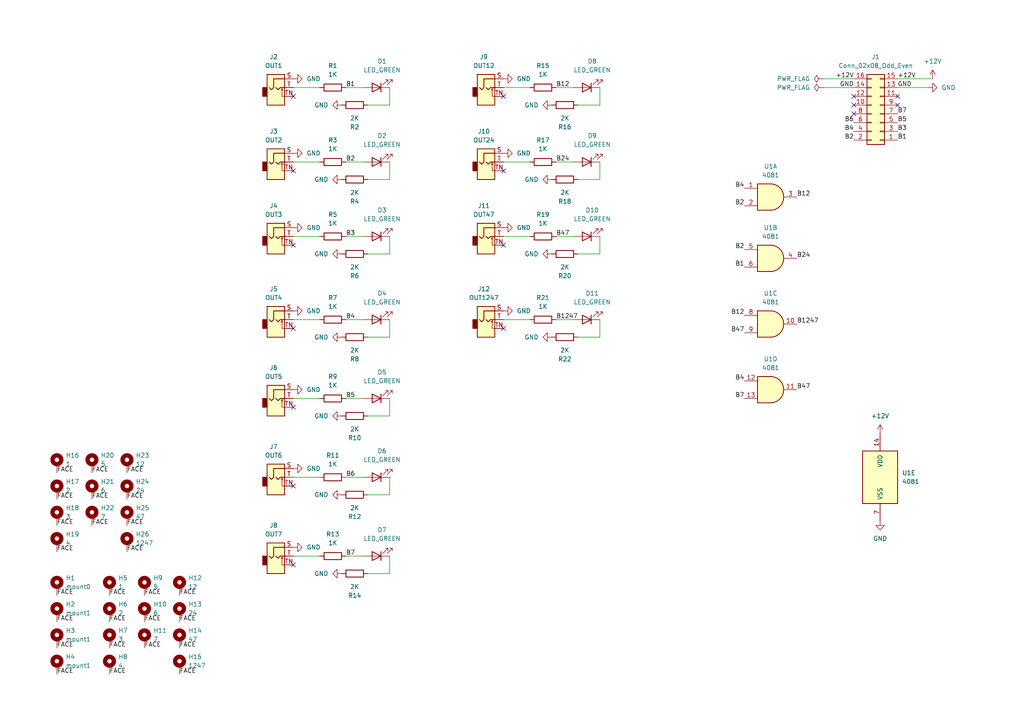
<source format=kicad_sch>
(kicad_sch (version 20230121) (generator eeschema)
  (paper "A4")
  (lib_symbols
    (symbol "4xxx:4081" (pin_names (offset 1.016))
      (property "Reference" "U" (at 0 1.27 0))
      (property "Value" "4081" (at 0 -1.27 0))
      (symbol "4081_1_1"
        (arc (start 0 -3.81) (mid 3.7934 0) (end 0 3.81) (stroke (width 0.254)) (fill (type background)))
        (polyline (pts (xy 0 3.81) (xy -3.81 3.81) (xy -3.81 -3.81) (xy 0 -3.81)) (stroke (width 0.254)) (fill (type background)))
        (pin input line (at -7.62 2.54 0) (length 3.81) (name "~") (number "1"))
        (pin input line (at -7.62 -2.54 0) (length 3.81) (name "~") (number "2"))
        (pin output line (at 7.62 0 180) (length 3.81) (name "~") (number "3"))
      )
      (symbol "4081_1_2"
        (arc (start -3.81 -3.81) (mid -2.589 0) (end -3.81 3.81) (stroke (width 0.254)))
        (arc (start -0.6096 -3.81) (mid 2.1842 -2.5851) (end 3.81 0) (stroke (width 0.254)) (fill (type background)))
        (polyline (pts (xy -3.81 -3.81) (xy -0.635 -3.81)) (stroke (width 0.254)) (fill (type background)))
        (polyline (pts (xy -3.81 3.81) (xy -0.635 3.81)) (stroke (width 0.254)) (fill (type background)))
        (polyline (pts (xy -0.635 3.81) (xy -3.81 3.81) (xy -3.81 3.81) (xy -3.556 3.4036) (xy -3.0226 2.2606) (xy -2.6924 1.0414) (xy -2.6162 -0.254) (xy -2.7686 -1.4986) (xy -3.175 -2.7178) (xy -3.81 -3.81) (xy -3.81 -3.81) (xy -0.635 -3.81)) (stroke (width -25.4)) (fill (type background)))
        (arc (start 3.81 0) (mid 2.1915 2.5936) (end -0.6096 3.81) (stroke (width 0.254)) (fill (type background)))
        (pin input inverted (at -7.62 2.54 0) (length 4.318) (name "~") (number "1"))
        (pin input inverted (at -7.62 -2.54 0) (length 4.318) (name "~") (number "2"))
        (pin output inverted (at 7.62 0 180) (length 3.81) (name "~") (number "3"))
      )
      (symbol "4081_2_1"
        (arc (start 0 -3.81) (mid 3.7934 0) (end 0 3.81) (stroke (width 0.254)) (fill (type background)))
        (polyline (pts (xy 0 3.81) (xy -3.81 3.81) (xy -3.81 -3.81) (xy 0 -3.81)) (stroke (width 0.254)) (fill (type background)))
        (pin output line (at 7.62 0 180) (length 3.81) (name "~") (number "4"))
        (pin input line (at -7.62 2.54 0) (length 3.81) (name "~") (number "5"))
        (pin input line (at -7.62 -2.54 0) (length 3.81) (name "~") (number "6"))
      )
      (symbol "4081_2_2"
        (arc (start -3.81 -3.81) (mid -2.589 0) (end -3.81 3.81) (stroke (width 0.254)))
        (arc (start -0.6096 -3.81) (mid 2.1842 -2.5851) (end 3.81 0) (stroke (width 0.254)) (fill (type background)))
        (polyline (pts (xy -3.81 -3.81) (xy -0.635 -3.81)) (stroke (width 0.254)) (fill (type background)))
        (polyline (pts (xy -3.81 3.81) (xy -0.635 3.81)) (stroke (width 0.254)) (fill (type background)))
        (polyline (pts (xy -0.635 3.81) (xy -3.81 3.81) (xy -3.81 3.81) (xy -3.556 3.4036) (xy -3.0226 2.2606) (xy -2.6924 1.0414) (xy -2.6162 -0.254) (xy -2.7686 -1.4986) (xy -3.175 -2.7178) (xy -3.81 -3.81) (xy -3.81 -3.81) (xy -0.635 -3.81)) (stroke (width -25.4)) (fill (type background)))
        (arc (start 3.81 0) (mid 2.1915 2.5936) (end -0.6096 3.81) (stroke (width 0.254)) (fill (type background)))
        (pin output inverted (at 7.62 0 180) (length 3.81) (name "~") (number "4"))
        (pin input inverted (at -7.62 2.54 0) (length 4.318) (name "~") (number "5"))
        (pin input inverted (at -7.62 -2.54 0) (length 4.318) (name "~") (number "6"))
      )
      (symbol "4081_3_1"
        (arc (start 0 -3.81) (mid 3.7934 0) (end 0 3.81) (stroke (width 0.254)) (fill (type background)))
        (polyline (pts (xy 0 3.81) (xy -3.81 3.81) (xy -3.81 -3.81) (xy 0 -3.81)) (stroke (width 0.254)) (fill (type background)))
        (pin output line (at 7.62 0 180) (length 3.81) (name "~") (number "10"))
        (pin input line (at -7.62 2.54 0) (length 3.81) (name "~") (number "8"))
        (pin input line (at -7.62 -2.54 0) (length 3.81) (name "~") (number "9"))
      )
      (symbol "4081_3_2"
        (arc (start -3.81 -3.81) (mid -2.589 0) (end -3.81 3.81) (stroke (width 0.254)))
        (arc (start -0.6096 -3.81) (mid 2.1842 -2.5851) (end 3.81 0) (stroke (width 0.254)) (fill (type background)))
        (polyline (pts (xy -3.81 -3.81) (xy -0.635 -3.81)) (stroke (width 0.254)) (fill (type background)))
        (polyline (pts (xy -3.81 3.81) (xy -0.635 3.81)) (stroke (width 0.254)) (fill (type background)))
        (polyline (pts (xy -0.635 3.81) (xy -3.81 3.81) (xy -3.81 3.81) (xy -3.556 3.4036) (xy -3.0226 2.2606) (xy -2.6924 1.0414) (xy -2.6162 -0.254) (xy -2.7686 -1.4986) (xy -3.175 -2.7178) (xy -3.81 -3.81) (xy -3.81 -3.81) (xy -0.635 -3.81)) (stroke (width -25.4)) (fill (type background)))
        (arc (start 3.81 0) (mid 2.1915 2.5936) (end -0.6096 3.81) (stroke (width 0.254)) (fill (type background)))
        (pin output inverted (at 7.62 0 180) (length 3.81) (name "~") (number "10"))
        (pin input inverted (at -7.62 2.54 0) (length 4.318) (name "~") (number "8"))
        (pin input inverted (at -7.62 -2.54 0) (length 4.318) (name "~") (number "9"))
      )
      (symbol "4081_4_1"
        (arc (start 0 -3.81) (mid 3.7934 0) (end 0 3.81) (stroke (width 0.254)) (fill (type background)))
        (polyline (pts (xy 0 3.81) (xy -3.81 3.81) (xy -3.81 -3.81) (xy 0 -3.81)) (stroke (width 0.254)) (fill (type background)))
        (pin output line (at 7.62 0 180) (length 3.81) (name "~") (number "11"))
        (pin input line (at -7.62 2.54 0) (length 3.81) (name "~") (number "12"))
        (pin input line (at -7.62 -2.54 0) (length 3.81) (name "~") (number "13"))
      )
      (symbol "4081_4_2"
        (arc (start -3.81 -3.81) (mid -2.589 0) (end -3.81 3.81) (stroke (width 0.254)))
        (arc (start -0.6096 -3.81) (mid 2.1842 -2.5851) (end 3.81 0) (stroke (width 0.254)) (fill (type background)))
        (polyline (pts (xy -3.81 -3.81) (xy -0.635 -3.81)) (stroke (width 0.254)) (fill (type background)))
        (polyline (pts (xy -3.81 3.81) (xy -0.635 3.81)) (stroke (width 0.254)) (fill (type background)))
        (polyline (pts (xy -0.635 3.81) (xy -3.81 3.81) (xy -3.81 3.81) (xy -3.556 3.4036) (xy -3.0226 2.2606) (xy -2.6924 1.0414) (xy -2.6162 -0.254) (xy -2.7686 -1.4986) (xy -3.175 -2.7178) (xy -3.81 -3.81) (xy -3.81 -3.81) (xy -0.635 -3.81)) (stroke (width -25.4)) (fill (type background)))
        (arc (start 3.81 0) (mid 2.1915 2.5936) (end -0.6096 3.81) (stroke (width 0.254)) (fill (type background)))
        (pin output inverted (at 7.62 0 180) (length 3.81) (name "~") (number "11"))
        (pin input inverted (at -7.62 2.54 0) (length 4.318) (name "~") (number "12"))
        (pin input inverted (at -7.62 -2.54 0) (length 4.318) (name "~") (number "13"))
      )
      (symbol "4081_5_0"
        (pin power_in line (at 0 12.7 270) (length 5.08) (name "VDD") (number "14"))
        (pin power_in line (at 0 -12.7 90) (length 5.08) (name "VSS") (number "7"))
      )
      (symbol "4081_5_1"
        (rectangle (start -5.08 7.62) (end 5.08 -7.62) (stroke (width 0.254)) (fill (type background)))
      )
    )
    (symbol "Device:LED" (pin_numbers hide) (pin_names (offset 1.016) hide)
      (property "Reference" "D" (at 0 2.54 0))
      (property "Value" "LED" (at 0 -2.54 0))
      (symbol "LED_0_1"
        (polyline (pts (xy -1.27 -1.27) (xy -1.27 1.27)) (stroke (width 0.254)))
        (polyline (pts (xy -1.27 0) (xy 1.27 0)))
        (polyline (pts (xy 1.27 -1.27) (xy 1.27 1.27) (xy -1.27 0) (xy 1.27 -1.27)) (stroke (width 0.254)))
        (polyline (pts (xy -3.048 -0.762) (xy -4.572 -2.286) (xy -3.81 -2.286) (xy -4.572 -2.286) (xy -4.572 -1.524)))
        (polyline (pts (xy -1.778 -0.762) (xy -3.302 -2.286) (xy -2.54 -2.286) (xy -3.302 -2.286) (xy -3.302 -1.524)))
      )
      (symbol "LED_1_1"
        (pin passive line (at -3.81 0 0) (length 2.54) (name "K") (number "1"))
        (pin passive line (at 3.81 0 180) (length 2.54) (name "A") (number "2"))
      )
    )
    (symbol "Device:R" (pin_numbers hide) (pin_names (offset 0))
      (property "Reference" "R" (at 2.032 0 90))
      (property "Value" "R" (at 0 0 90))
      (symbol "R_0_1"
        (rectangle (start -1.016 -2.54) (end 1.016 2.54) (stroke (width 0.254)))
      )
      (symbol "R_1_1"
        (pin passive line (at 0 3.81 270) (length 1.27) (name "~") (number "1"))
        (pin passive line (at 0 -3.81 90) (length 1.27) (name "~") (number "2"))
      )
    )
    (symbol "Eurorack:AudioJack2_SwitchT"
      (property "Reference" "J" (at 0 8.89 0))
      (property "Value" "AudioJack2_SwitchT" (at 0 6.35 0))
      (symbol "AudioJack2_SwitchT_0_1"
        (rectangle (start -2.54 0) (end -3.81 -2.54) (stroke (width 0.254)) (fill (type outline)))
        (rectangle (start -2.54 3.81) (end 2.54 -5.08) (stroke (width 0.254)) (fill (type background)))
        (polyline (pts (xy 1.778 -0.254) (xy 2.032 -0.762)))
        (polyline (pts (xy 0 0) (xy 0.635 -0.635) (xy 1.27 0) (xy 2.54 0)) (stroke (width 0.254)))
        (polyline (pts (xy 2.54 -2.54) (xy 1.778 -2.54) (xy 1.778 -0.254) (xy 1.524 -0.762)))
        (polyline (pts (xy 2.54 2.54) (xy -0.635 2.54) (xy -0.635 0) (xy -1.27 -0.635) (xy -1.905 0)) (stroke (width 0.254)))
      )
      (symbol "AudioJack2_SwitchT_1_1"
        (pin passive line (at 5.08 2.54 180) (length 2.54) (name "~") (number "S"))
        (pin passive line (at 5.08 0 180) (length 2.54) (name "~") (number "T"))
        (pin passive line (at 5.08 -2.54 180) (length 2.54) (name "~") (number "TN"))
      )
    )
    (symbol "Eurorack:Conn_02x08_Odd_Even" (pin_names (offset 1.016) hide)
      (property "Reference" "J" (at 1.27 10.16 0))
      (property "Value" "Conn_02x08_Odd_Even" (at 1.27 -12.7 0))
      (symbol "Conn_02x08_Odd_Even_1_1"
        (rectangle (start -1.27 -10.033) (end 0 -10.287) (stroke (width 0.1524)))
        (rectangle (start -1.27 -7.493) (end 0 -7.747) (stroke (width 0.1524)))
        (rectangle (start -1.27 -4.953) (end 0 -5.207) (stroke (width 0.1524)))
        (rectangle (start -1.27 -2.413) (end 0 -2.667) (stroke (width 0.1524)))
        (rectangle (start -1.27 0.127) (end 0 -0.127) (stroke (width 0.1524)))
        (rectangle (start -1.27 2.667) (end 0 2.413) (stroke (width 0.1524)))
        (rectangle (start -1.27 5.207) (end 0 4.953) (stroke (width 0.1524)))
        (rectangle (start -1.27 7.747) (end 0 7.493) (stroke (width 0.1524)))
        (rectangle (start -1.27 8.89) (end 3.81 -11.43) (stroke (width 0.254)) (fill (type background)))
        (rectangle (start 3.81 -10.033) (end 2.54 -10.287) (stroke (width 0.1524)))
        (rectangle (start 3.81 -7.493) (end 2.54 -7.747) (stroke (width 0.1524)))
        (rectangle (start 3.81 -4.953) (end 2.54 -5.207) (stroke (width 0.1524)))
        (rectangle (start 3.81 -2.413) (end 2.54 -2.667) (stroke (width 0.1524)))
        (rectangle (start 3.81 0.127) (end 2.54 -0.127) (stroke (width 0.1524)))
        (rectangle (start 3.81 2.667) (end 2.54 2.413) (stroke (width 0.1524)))
        (rectangle (start 3.81 5.207) (end 2.54 4.953) (stroke (width 0.1524)))
        (rectangle (start 3.81 7.747) (end 2.54 7.493) (stroke (width 0.1524)))
        (pin passive line (at -5.08 7.62 0) (length 3.81) (name "Pin_1") (number "1"))
        (pin passive line (at 7.62 -2.54 180) (length 3.81) (name "Pin_10") (number "10"))
        (pin passive line (at -5.08 -5.08 0) (length 3.81) (name "Pin_11") (number "11"))
        (pin passive line (at 7.62 -5.08 180) (length 3.81) (name "Pin_12") (number "12"))
        (pin passive line (at -5.08 -7.62 0) (length 3.81) (name "Pin_13") (number "13"))
        (pin passive line (at 7.62 -7.62 180) (length 3.81) (name "Pin_14") (number "14"))
        (pin passive line (at -5.08 -10.16 0) (length 3.81) (name "Pin_15") (number "15"))
        (pin passive line (at 7.62 -10.16 180) (length 3.81) (name "Pin_16") (number "16"))
        (pin passive line (at 7.62 7.62 180) (length 3.81) (name "Pin_2") (number "2"))
        (pin passive line (at -5.08 5.08 0) (length 3.81) (name "Pin_3") (number "3"))
        (pin passive line (at 7.62 5.08 180) (length 3.81) (name "Pin_4") (number "4"))
        (pin passive line (at -5.08 2.54 0) (length 3.81) (name "Pin_5") (number "5"))
        (pin passive line (at 7.62 2.54 180) (length 3.81) (name "Pin_6") (number "6"))
        (pin passive line (at -5.08 0 0) (length 3.81) (name "Pin_7") (number "7"))
        (pin passive line (at 7.62 0 180) (length 3.81) (name "Pin_8") (number "8"))
        (pin passive line (at -5.08 -2.54 0) (length 3.81) (name "Pin_9") (number "9"))
      )
    )
    (symbol "Eurorack:MountingHole_Pad_Output" (pin_numbers hide) (pin_names (offset 1.016) hide) (in_bom no)
      (property "Reference" "H" (at 0 6.35 0))
      (property "Value" "MountingHole_Pad_Output" (at 0 4.445 0))
      (symbol "MountingHole_Pad_Output_0_1"
        (circle (center 0 1.27) (radius 1.27) (stroke (width 1.27)))
      )
      (symbol "MountingHole_Pad_Output_1_1"
        (pin output line (at 0 -2.54 90) (length 2.54) (name "1") (number "1"))
      )
    )
    (symbol "Mechanical:MountingHole_Pad" (pin_numbers hide) (pin_names (offset 1.016) hide)
      (property "Reference" "H" (at 0 6.35 0))
      (property "Value" "MountingHole_Pad" (at 0 4.445 0))
      (symbol "MountingHole_Pad_0_1"
        (circle (center 0 1.27) (radius 1.27) (stroke (width 1.27)))
      )
      (symbol "MountingHole_Pad_1_1"
        (pin input line (at 0 -2.54 90) (length 2.54) (name "1") (number "1"))
      )
    )
    (symbol "power:+12V" (power) (pin_names (offset 0))
      (property "Value" "+12V" (at 0 3.556 0))
      (symbol "+12V_0_1"
        (polyline (pts (xy -0.762 1.27) (xy 0 2.54)))
        (polyline (pts (xy 0 0) (xy 0 2.54)))
        (polyline (pts (xy 0 2.54) (xy 0.762 1.27)))
      )
      (symbol "+12V_1_1"
        (pin power_in line (at 0 0 90) (length 0) hide (name "+12V") (number "1"))
      )
    )
    (symbol "power:GND" (power) (pin_names (offset 0))
      (property "Value" "GND" (at 0 -3.81 0))
      (symbol "GND_0_1"
        (polyline (pts (xy 0 0) (xy 0 -1.27) (xy 1.27 -1.27) (xy 0 -2.54) (xy -1.27 -1.27) (xy 0 -1.27)))
      )
      (symbol "GND_1_1"
        (pin power_in line (at 0 0 270) (length 0) hide (name "GND") (number "1"))
      )
    )
    (symbol "power:PWR_FLAG" (power) (pin_numbers hide) (pin_names (offset 0) hide)
      (property "Value" "PWR_FLAG" (at 0 3.81 0))
      (symbol "PWR_FLAG_0_0"
        (pin power_out line (at 0 0 90) (length 0) (name "pwr") (number "1"))
      )
      (symbol "PWR_FLAG_0_1"
        (polyline (pts (xy 0 0) (xy 0 1.27) (xy -1.016 1.905) (xy 0 2.54) (xy 1.016 1.905) (xy 0 1.27)))
      )
    )
  )
  (no_connect (at 247.65 30.48))
  (no_connect (at 85.09 71.12))
  (no_connect (at 247.65 33.02))
  (no_connect (at 85.09 49.53))
  (no_connect (at 85.09 95.25))
  (no_connect (at 85.09 118.11))
  (no_connect (at 260.35 30.48))
  (no_connect (at 85.09 27.94))
  (no_connect (at 85.09 140.97))
  (no_connect (at 146.05 95.25))
  (no_connect (at 260.35 27.94))
  (no_connect (at 85.09 163.83))
  (no_connect (at 146.05 27.94))
  (no_connect (at 146.05 49.53))
  (no_connect (at 247.65 27.94))
  (no_connect (at 146.05 71.12))
  (wire (pts (xy 167.64 30.48) (xy 173.99 30.48)))
  (wire (pts (xy 106.68 166.37) (xy 113.03 166.37)))
  (wire (pts (xy 153.67 25.4) (xy 146.05 25.4)))
  (wire (pts (xy 113.03 166.37) (xy 113.03 161.29)))
  (wire (pts (xy 106.68 73.66) (xy 113.03 73.66)))
  (wire (pts (xy 167.64 52.07) (xy 173.99 52.07)))
  (wire (pts (xy 113.03 120.65) (xy 113.03 115.57)))
  (wire (pts (xy 106.68 143.51) (xy 113.03 143.51)))
  (wire (pts (xy 105.41 68.58) (xy 100.33 68.58)))
  (wire (pts (xy 173.99 30.48) (xy 173.99 25.4)))
  (wire (pts (xy 238.76 25.4) (xy 247.65 25.4)))
  (wire (pts (xy 113.03 30.48) (xy 113.03 25.4)))
  (wire (pts (xy 92.71 68.58) (xy 85.09 68.58)))
  (wire (pts (xy 166.37 92.71) (xy 161.29 92.71)))
  (wire (pts (xy 105.41 138.43) (xy 100.33 138.43)))
  (wire (pts (xy 153.67 68.58) (xy 146.05 68.58)))
  (wire (pts (xy 113.03 52.07) (xy 113.03 46.99)))
  (wire (pts (xy 92.71 115.57) (xy 85.09 115.57)))
  (wire (pts (xy 92.71 161.29) (xy 85.09 161.29)))
  (wire (pts (xy 92.71 92.71) (xy 85.09 92.71)))
  (wire (pts (xy 113.03 143.51) (xy 113.03 138.43)))
  (wire (pts (xy 106.68 120.65) (xy 113.03 120.65)))
  (wire (pts (xy 173.99 52.07) (xy 173.99 46.99)))
  (wire (pts (xy 166.37 68.58) (xy 161.29 68.58)))
  (wire (pts (xy 173.99 97.79) (xy 173.99 92.71)))
  (wire (pts (xy 106.68 30.48) (xy 113.03 30.48)))
  (wire (pts (xy 153.67 92.71) (xy 146.05 92.71)))
  (wire (pts (xy 153.67 46.99) (xy 146.05 46.99)))
  (wire (pts (xy 106.68 97.79) (xy 113.03 97.79)))
  (wire (pts (xy 166.37 46.99) (xy 161.29 46.99)))
  (wire (pts (xy 105.41 115.57) (xy 100.33 115.57)))
  (wire (pts (xy 105.41 25.4) (xy 100.33 25.4)))
  (wire (pts (xy 105.41 161.29) (xy 100.33 161.29)))
  (wire (pts (xy 238.76 22.86) (xy 247.65 22.86)))
  (wire (pts (xy 167.64 97.79) (xy 173.99 97.79)))
  (wire (pts (xy 113.03 97.79) (xy 113.03 92.71)))
  (wire (pts (xy 166.37 25.4) (xy 161.29 25.4)))
  (wire (pts (xy 173.99 73.66) (xy 173.99 68.58)))
  (wire (pts (xy 106.68 52.07) (xy 113.03 52.07)))
  (wire (pts (xy 260.35 25.4) (xy 269.24 25.4)))
  (wire (pts (xy 105.41 46.99) (xy 100.33 46.99)))
  (wire (pts (xy 92.71 138.43) (xy 85.09 138.43)))
  (wire (pts (xy 113.03 73.66) (xy 113.03 68.58)))
  (wire (pts (xy 92.71 25.4) (xy 85.09 25.4)))
  (wire (pts (xy 167.64 73.66) (xy 173.99 73.66)))
  (wire (pts (xy 92.71 46.99) (xy 85.09 46.99)))
  (wire (pts (xy 105.41 92.71) (xy 100.33 92.71)))
  (wire (pts (xy 260.35 22.86) (xy 270.51 22.86)))
  (label "B2" (at 215.9 72.39 180))
  (label "+12V" (at 260.35 22.86 0))
  (label "FACE" (at 26.67 137.16 0))
  (label "FACE" (at 16.51 195.58 0))
  (label "B1" (at 215.9 77.47 180))
  (label "B12" (at 231.14 57.15 0))
  (label "FACE" (at 31.75 172.72 0))
  (label "B6" (at 100.33 138.43 0))
  (label "B1" (at 100.33 25.4 0))
  (label "B4" (at 247.65 38.1 180))
  (label "FACE" (at 16.51 160.02 0))
  (label "B4" (at 215.9 110.49 180))
  (label "B24" (at 161.29 46.99 0))
  (label "GND" (at 260.35 25.4 0))
  (label "B7" (at 100.33 161.29 0))
  (label "FACE" (at 26.67 144.78 0))
  (label "B2" (at 247.65 40.64 180))
  (label "FACE" (at 52.07 180.34 0))
  (label "FACE" (at 31.75 195.58 0))
  (label "FACE" (at 41.91 180.34 0))
  (label "FACE" (at 41.91 187.96 0))
  (label "FACE" (at 36.83 160.02 0))
  (label "B24" (at 231.14 74.93 0))
  (label "B1247" (at 161.29 92.71 0))
  (label "B1" (at 260.35 40.64 0))
  (label "FACE" (at 52.07 172.72 0))
  (label "FACE" (at 16.51 172.72 0))
  (label "FACE" (at 16.51 187.96 0))
  (label "B5" (at 100.33 115.57 0))
  (label "B12" (at 161.29 25.4 0))
  (label "B7" (at 260.35 33.02 0))
  (label "B47" (at 161.29 68.58 0))
  (label "FACE" (at 52.07 187.96 0))
  (label "B7" (at 215.9 115.57 180))
  (label "B47" (at 215.9 96.52 180))
  (label "FACE" (at 16.51 137.16 0))
  (label "FACE" (at 31.75 187.96 0))
  (label "B6" (at 247.65 35.56 180))
  (label "+12V" (at 247.65 22.86 180))
  (label "B12" (at 215.9 91.44 180))
  (label "B2" (at 215.9 59.69 180))
  (label "FACE" (at 36.83 144.78 0))
  (label "B3" (at 100.33 68.58 0))
  (label "B3" (at 260.35 38.1 0))
  (label "FACE" (at 26.67 152.4 0))
  (label "FACE" (at 41.91 172.72 0))
  (label "FACE" (at 36.83 137.16 0))
  (label "B5" (at 260.35 35.56 0))
  (label "B2" (at 100.33 46.99 0))
  (label "GND" (at 247.65 25.4 180))
  (label "B4" (at 215.9 54.61 180))
  (label "FACE" (at 31.75 180.34 0))
  (label "FACE" (at 16.51 144.78 0))
  (label "FACE" (at 16.51 180.34 0))
  (label "FACE" (at 16.51 152.4 0))
  (label "B47" (at 231.14 113.03 0))
  (label "B1247" (at 231.14 93.98 0))
  (label "B4" (at 100.33 92.71 0))
  (label "FACE" (at 36.83 152.4 0))
  (label "FACE" (at 52.07 195.58 0))
  (symbol (lib_id "power:GND") (at 99.06 73.66 270) (unit 1)
    (property "Reference" "#PWR011" (effects hide))
    (property "Value" "GND" (at 95.25 73.66 90) (effects (justify right)))
  )
  (symbol (lib_id "power:GND") (at 99.06 52.07 270) (unit 1)
    (property "Reference" "#PWR09" (effects hide))
    (property "Value" "GND" (at 95.25 52.07 90) (effects (justify right)))
  )
  (symbol (lib_id "Mechanical:MountingHole_Pad") (at 52.07 193.04 0) (unit 1) (in_bom no)
    (property "Reference" "H15" (at 54.61 190.5 0) (effects (justify left)))
    (property "Value" "1247" (at 54.61 193.04 0) (effects (justify left)))
    (property "Footprint" "Eurorack:Mech-AudioJack-Hole-Output-Gate" (effects hide))
  )
  (symbol (lib_id "power:GND") (at 255.27 151.13 0) (unit 1)
    (property "Reference" "#PWR04" (effects hide))
    (property "Value" "GND" (at 255.27 156.21 0))
  )
  (symbol (lib_id "Device:LED") (at 109.22 92.71 180) (unit 1)
    (property "Reference" "D4" (at 110.8075 85.09 0))
    (property "Value" "LED_GREEN" (at 110.8075 87.63 0))
    (property "Footprint" "LED_THT:LED_D3.0mm" (effects hide))
  )
  (symbol (lib_id "Mechanical:MountingHole_Pad") (at 41.91 177.8 0) (unit 1) (in_bom no)
    (property "Reference" "H10" (at 44.45 175.26 0) (effects (justify left)))
    (property "Value" "6" (at 44.45 177.8 0) (effects (justify left)))
    (property "Footprint" "Eurorack:Mech-AudioJack-Hole-Output-Gate" (effects hide))
  )
  (symbol (lib_id "Device:LED") (at 170.18 25.4 180) (unit 1)
    (property "Reference" "D8" (at 171.7675 17.78 0))
    (property "Value" "LED_GREEN" (at 171.7675 20.32 0))
    (property "Footprint" "LED_THT:LED_D3.0mm" (effects hide))
  )
  (symbol (lib_id "power:+12V") (at 255.27 125.73 0) (unit 1)
    (property "Reference" "#PWR05" (effects hide))
    (property "Value" "+12V" (at 255.27 120.65 0))
  )
  (symbol (lib_id "power:PWR_FLAG") (at 238.76 25.4 90) (unit 1)
    (property "Reference" "#FLG01" (effects hide))
    (property "Value" "PWR_FLAG" (at 234.95 25.4 90) (effects (justify left)))
  )
  (symbol (lib_id "Eurorack:AudioJack2_SwitchT") (at 80.01 92.71 0) (unit 1)
    (property "Reference" "J5" (at 79.375 83.82 0))
    (property "Value" "OUT4" (at 79.375 86.36 0))
    (property "Footprint" "Eurorack:AudioJack2_Tayda_A-2566" (effects hide))
    (property "Vendor" "Tayda" (effects hide))
    (property "PartNum" "A-2566" (effects hide))
  )
  (symbol (lib_id "power:+12V") (at 270.51 22.86 0) (unit 1)
    (property "Reference" "#PWR02" (effects hide))
    (property "Value" "+12V" (at 270.51 17.78 0))
  )
  (symbol (lib_id "Device:R") (at 96.52 46.99 90) (unit 1)
    (property "Reference" "R3" (at 96.52 40.64 90))
    (property "Value" "1K" (at 96.52 43.18 90))
    (property "Footprint" "Resistor_SMD:R_0805_2012Metric" (effects hide))
  )
  (symbol (lib_id "Eurorack:AudioJack2_SwitchT") (at 80.01 138.43 0) (unit 1)
    (property "Reference" "J7" (at 79.375 129.54 0))
    (property "Value" "OUT6" (at 79.375 132.08 0))
    (property "Footprint" "Eurorack:AudioJack2_Tayda_A-2566" (effects hide))
    (property "Vendor" "Tayda" (effects hide))
    (property "PartNum" "A-2566" (effects hide))
  )
  (symbol (lib_id "Mechanical:MountingHole_Pad") (at 31.75 177.8 0) (unit 1) (in_bom no)
    (property "Reference" "H6" (at 34.29 175.26 0) (effects (justify left)))
    (property "Value" "2" (at 34.29 177.8 0) (effects (justify left)))
    (property "Footprint" "Eurorack:Mech-AudioJack-Hole-Output-Gate" (effects hide))
  )
  (symbol (lib_id "power:GND") (at 85.09 44.45 90) (unit 1)
    (property "Reference" "#PWR08" (effects hide))
    (property "Value" "GND" (at 88.9 44.45 90) (effects (justify right)))
  )
  (symbol (lib_id "Mechanical:MountingHole_Pad") (at 52.07 177.8 0) (unit 1) (in_bom no)
    (property "Reference" "H13" (at 54.61 175.26 0) (effects (justify left)))
    (property "Value" "24" (at 54.61 177.8 0) (effects (justify left)))
    (property "Footprint" "Eurorack:Mech-AudioJack-Hole-Output-Gate" (effects hide))
  )
  (symbol (lib_id "Mechanical:MountingHole_Pad") (at 31.75 170.18 0) (unit 1) (in_bom no)
    (property "Reference" "H5" (at 34.29 167.64 0) (effects (justify left)))
    (property "Value" "1" (at 34.29 170.18 0) (effects (justify left)))
    (property "Footprint" "Eurorack:Mech-AudioJack-Hole-Output-Gate" (effects hide))
  )
  (symbol (lib_id "Eurorack:Conn_02x08_Odd_Even") (at 255.27 33.02 180) (unit 1)
    (property "Reference" "J1" (at 254 16.51 0))
    (property "Value" "Conn_02x08_Odd_Even" (at 254 19.05 0))
    (property "Footprint" "Eurorack:PinHeader_2x08_P2.54mm_Vertical" (effects hide))
    (property "Vendor" "Tayda" (effects hide))
    (property "PartNum" "A-2956" (effects hide))
  )
  (symbol (lib_id "Device:R") (at 102.87 120.65 90) (unit 1)
    (property "Reference" "R10" (at 102.87 127 90))
    (property "Value" "2K" (at 102.87 124.46 90))
    (property "Footprint" "Resistor_SMD:R_0805_2012Metric" (effects hide))
  )
  (symbol (lib_id "power:GND") (at 85.09 158.75 90) (unit 1)
    (property "Reference" "#PWR018" (effects hide))
    (property "Value" "GND" (at 88.9 158.75 90) (effects (justify right)))
  )
  (symbol (lib_id "Mechanical:MountingHole_Pad") (at 16.51 157.48 0) (unit 1) (in_bom no)
    (property "Reference" "H19" (at 19.05 154.94 0) (effects (justify left)))
    (property "Value" "4" (at 19.05 157.48 0) (effects (justify left)))
    (property "Footprint" "Eurorack:Mech-LED-Hole-3mm" (effects hide))
  )
  (symbol (lib_id "Eurorack:AudioJack2_SwitchT") (at 140.97 46.99 0) (unit 1)
    (property "Reference" "J10" (at 140.335 38.1 0))
    (property "Value" "OUT24" (at 140.335 40.64 0))
    (property "Footprint" "Eurorack:AudioJack2_Tayda_A-2566" (effects hide))
    (property "Vendor" "Tayda" (effects hide))
    (property "PartNum" "A-2566" (effects hide))
  )
  (symbol (lib_id "power:GND") (at 269.24 25.4 90) (unit 1)
    (property "Reference" "#PWR03" (effects hide))
    (property "Value" "GND" (at 273.05 25.4 90) (effects (justify right)))
  )
  (symbol (lib_id "Mechanical:MountingHole_Pad") (at 16.51 149.86 0) (unit 1) (in_bom no)
    (property "Reference" "H18" (at 19.05 147.32 0) (effects (justify left)))
    (property "Value" "3" (at 19.05 149.86 0) (effects (justify left)))
    (property "Footprint" "Eurorack:Mech-LED-Hole-3mm" (effects hide))
  )
  (symbol (lib_id "Device:R") (at 157.48 92.71 90) (unit 1)
    (property "Reference" "R21" (at 157.48 86.36 90))
    (property "Value" "1K" (at 157.48 88.9 90))
    (property "Footprint" "Resistor_SMD:R_0805_2012Metric" (effects hide))
  )
  (symbol (lib_id "Device:LED") (at 109.22 46.99 180) (unit 1)
    (property "Reference" "D2" (at 110.8075 39.37 0))
    (property "Value" "LED_GREEN" (at 110.8075 41.91 0))
    (property "Footprint" "LED_THT:LED_D3.0mm" (effects hide))
  )
  (symbol (lib_id "Eurorack:AudioJack2_SwitchT") (at 140.97 25.4 0) (unit 1)
    (property "Reference" "J9" (at 140.335 16.51 0))
    (property "Value" "OUT12" (at 140.335 19.05 0))
    (property "Footprint" "Eurorack:AudioJack2_Tayda_A-2566" (effects hide))
    (property "Vendor" "Tayda" (effects hide))
    (property "PartNum" "A-2566" (effects hide))
  )
  (symbol (lib_id "Mechanical:MountingHole_Pad") (at 16.51 142.24 0) (unit 1) (in_bom no)
    (property "Reference" "H17" (at 19.05 139.7 0) (effects (justify left)))
    (property "Value" "2" (at 19.05 142.24 0) (effects (justify left)))
    (property "Footprint" "Eurorack:Mech-LED-Hole-3mm" (effects hide))
  )
  (symbol (lib_id "power:GND") (at 85.09 90.17 90) (unit 1)
    (property "Reference" "#PWR012" (effects hide))
    (property "Value" "GND" (at 88.9 90.17 90) (effects (justify right)))
  )
  (symbol (lib_id "Mechanical:MountingHole_Pad") (at 41.91 170.18 0) (unit 1) (in_bom no)
    (property "Reference" "H9" (at 44.45 167.64 0) (effects (justify left)))
    (property "Value" "5" (at 44.45 170.18 0) (effects (justify left)))
    (property "Footprint" "Eurorack:Mech-AudioJack-Hole-Output-Gate" (effects hide))
  )
  (symbol (lib_id "Device:LED") (at 109.22 138.43 180) (unit 1)
    (property "Reference" "D6" (at 110.8075 130.81 0))
    (property "Value" "LED_GREEN" (at 110.8075 133.35 0))
    (property "Footprint" "LED_THT:LED_D3.0mm" (effects hide))
  )
  (symbol (lib_id "Mechanical:MountingHole_Pad") (at 31.75 193.04 0) (unit 1) (in_bom no)
    (property "Reference" "H8" (at 34.29 190.5 0) (effects (justify left)))
    (property "Value" "4" (at 34.29 193.04 0) (effects (justify left)))
    (property "Footprint" "Eurorack:Mech-AudioJack-Hole-Output-Gate" (effects hide))
  )
  (symbol (lib_id "Device:R") (at 96.52 115.57 90) (unit 1)
    (property "Reference" "R9" (at 96.52 109.22 90))
    (property "Value" "1K" (at 96.52 111.76 90))
    (property "Footprint" "Resistor_SMD:R_0805_2012Metric" (effects hide))
  )
  (symbol (lib_id "Device:R") (at 163.83 30.48 90) (unit 1)
    (property "Reference" "R16" (at 163.83 36.83 90))
    (property "Value" "2K" (at 163.83 34.29 90))
    (property "Footprint" "Resistor_SMD:R_0805_2012Metric" (effects hide))
  )
  (symbol (lib_id "Eurorack:MountingHole_Pad_Output") (at 16.51 170.18 0) (unit 1) (in_bom no)
    (property "Reference" "H1" (at 19.05 167.64 0) (effects (justify left)))
    (property "Value" "mount0" (at 19.05 170.18 0) (effects (justify left)))
    (property "Footprint" "Eurorack:Mech-MountingHole" (effects hide))
  )
  (symbol (lib_id "power:GND") (at 146.05 66.04 90) (unit 1)
    (property "Reference" "#PWR024" (effects hide))
    (property "Value" "GND" (at 149.86 66.04 90) (effects (justify right)))
  )
  (symbol (lib_id "power:GND") (at 146.05 22.86 90) (unit 1)
    (property "Reference" "#PWR020" (effects hide))
    (property "Value" "GND" (at 149.86 22.86 90) (effects (justify right)))
  )
  (symbol (lib_id "Mechanical:MountingHole_Pad") (at 52.07 170.18 0) (unit 1) (in_bom no)
    (property "Reference" "H12" (at 54.61 167.64 0) (effects (justify left)))
    (property "Value" "12" (at 54.61 170.18 0) (effects (justify left)))
    (property "Footprint" "Eurorack:Mech-AudioJack-Hole-Output-Gate" (effects hide))
  )
  (symbol (lib_id "power:GND") (at 146.05 44.45 90) (unit 1)
    (property "Reference" "#PWR022" (effects hide))
    (property "Value" "GND" (at 149.86 44.45 90) (effects (justify right)))
  )
  (symbol (lib_id "Device:R") (at 102.87 97.79 90) (unit 1)
    (property "Reference" "R8" (at 102.87 104.14 90))
    (property "Value" "2K" (at 102.87 101.6 90))
    (property "Footprint" "Resistor_SMD:R_0805_2012Metric" (effects hide))
  )
  (symbol (lib_id "Device:R") (at 157.48 68.58 90) (unit 1)
    (property "Reference" "R19" (at 157.48 62.23 90))
    (property "Value" "1K" (at 157.48 64.77 90))
    (property "Footprint" "Resistor_SMD:R_0805_2012Metric" (effects hide))
  )
  (symbol (lib_id "power:GND") (at 85.09 66.04 90) (unit 1)
    (property "Reference" "#PWR010" (effects hide))
    (property "Value" "GND" (at 88.9 66.04 90) (effects (justify right)))
  )
  (symbol (lib_id "4xxx:4081") (at 223.52 113.03 0) (unit 4)
    (property "Reference" "U1" (at 223.5117 104.14 0))
    (property "Value" "4081" (at 223.5117 106.68 0))
    (property "Footprint" "Package_SO:TSSOP-14_4.4x5mm_P0.65mm" (effects hide))
    (property "Datasheet" "http://www.intersil.com/content/dam/Intersil/documents/cd40/cd4073bms-81bms-82bms.pdf" (effects hide))
    (property "Vendor" "Mouser" (effects hide))
    (property "PartNum" "595-CD4081BPWR" (effects hide))
  )
  (symbol (lib_id "Device:R") (at 102.87 166.37 90) (unit 1)
    (property "Reference" "R14" (at 102.87 172.72 90))
    (property "Value" "2K" (at 102.87 170.18 90))
    (property "Footprint" "Resistor_SMD:R_0805_2012Metric" (effects hide))
  )
  (symbol (lib_id "power:GND") (at 160.02 97.79 270) (unit 1)
    (property "Reference" "#PWR027" (effects hide))
    (property "Value" "GND" (at 156.21 97.79 90) (effects (justify right)))
  )
  (symbol (lib_id "Device:R") (at 96.52 92.71 90) (unit 1)
    (property "Reference" "R7" (at 96.52 86.36 90))
    (property "Value" "1K" (at 96.52 88.9 90))
    (property "Footprint" "Resistor_SMD:R_0805_2012Metric" (effects hide))
  )
  (symbol (lib_id "4xxx:4081") (at 223.52 57.15 0) (unit 1)
    (property "Reference" "U1" (at 223.5117 48.26 0))
    (property "Value" "4081" (at 223.5117 50.8 0))
    (property "Footprint" "Package_SO:TSSOP-14_4.4x5mm_P0.65mm" (effects hide))
    (property "Datasheet" "http://www.intersil.com/content/dam/Intersil/documents/cd40/cd4073bms-81bms-82bms.pdf" (effects hide))
    (property "Vendor" "Mouser" (effects hide))
    (property "PartNum" "595-CD4081BPWR" (effects hide))
  )
  (symbol (lib_id "Mechanical:MountingHole_Pad") (at 16.51 185.42 0) (unit 1) (in_bom no)
    (property "Reference" "H3" (at 19.05 182.88 0) (effects (justify left)))
    (property "Value" "mount1" (at 19.05 185.42 0) (effects (justify left)))
    (property "Footprint" "Eurorack:Mech-MountingHole" (effects hide))
  )
  (symbol (lib_id "Mechanical:MountingHole_Pad") (at 36.83 149.86 0) (unit 1) (in_bom no)
    (property "Reference" "H25" (at 39.37 147.32 0) (effects (justify left)))
    (property "Value" "47" (at 39.37 149.86 0) (effects (justify left)))
    (property "Footprint" "Eurorack:Mech-LED-Hole-3mm" (effects hide))
  )
  (symbol (lib_id "Eurorack:AudioJack2_SwitchT") (at 80.01 115.57 0) (unit 1)
    (property "Reference" "J6" (at 79.375 106.68 0))
    (property "Value" "OUT5" (at 79.375 109.22 0))
    (property "Footprint" "Eurorack:AudioJack2_Tayda_A-2566" (effects hide))
    (property "Vendor" "Tayda" (effects hide))
    (property "PartNum" "A-2566" (effects hide))
  )
  (symbol (lib_id "Mechanical:MountingHole_Pad") (at 31.75 185.42 0) (unit 1) (in_bom no)
    (property "Reference" "H7" (at 34.29 182.88 0) (effects (justify left)))
    (property "Value" "3" (at 34.29 185.42 0) (effects (justify left)))
    (property "Footprint" "Eurorack:Mech-AudioJack-Hole-Output-Gate" (effects hide))
  )
  (symbol (lib_id "Mechanical:MountingHole_Pad") (at 26.67 134.62 0) (unit 1) (in_bom no)
    (property "Reference" "H20" (at 29.21 132.08 0) (effects (justify left)))
    (property "Value" "5" (at 29.21 134.62 0) (effects (justify left)))
    (property "Footprint" "Eurorack:Mech-LED-Hole-3mm" (effects hide))
  )
  (symbol (lib_id "power:GND") (at 160.02 52.07 270) (unit 1)
    (property "Reference" "#PWR023" (effects hide))
    (property "Value" "GND" (at 156.21 52.07 90) (effects (justify right)))
  )
  (symbol (lib_id "Device:R") (at 96.52 161.29 90) (unit 1)
    (property "Reference" "R13" (at 96.52 154.94 90))
    (property "Value" "1K" (at 96.52 157.48 90))
    (property "Footprint" "Resistor_SMD:R_0805_2012Metric" (effects hide))
  )
  (symbol (lib_id "Device:LED") (at 109.22 68.58 180) (unit 1)
    (property "Reference" "D3" (at 110.8075 60.96 0))
    (property "Value" "LED_GREEN" (at 110.8075 63.5 0))
    (property "Footprint" "LED_THT:LED_D3.0mm" (effects hide))
  )
  (symbol (lib_id "power:GND") (at 85.09 113.03 90) (unit 1)
    (property "Reference" "#PWR014" (effects hide))
    (property "Value" "GND" (at 88.9 113.03 90) (effects (justify right)))
  )
  (symbol (lib_id "Device:LED") (at 109.22 161.29 180) (unit 1)
    (property "Reference" "D7" (at 110.8075 153.67 0))
    (property "Value" "LED_GREEN" (at 110.8075 156.21 0))
    (property "Footprint" "LED_THT:LED_D3.0mm" (effects hide))
  )
  (symbol (lib_id "Device:R") (at 157.48 46.99 90) (unit 1)
    (property "Reference" "R17" (at 157.48 40.64 90))
    (property "Value" "1K" (at 157.48 43.18 90))
    (property "Footprint" "Resistor_SMD:R_0805_2012Metric" (effects hide))
  )
  (symbol (lib_id "power:GND") (at 99.06 120.65 270) (unit 1)
    (property "Reference" "#PWR015" (effects hide))
    (property "Value" "GND" (at 95.25 120.65 90) (effects (justify right)))
  )
  (symbol (lib_id "Eurorack:AudioJack2_SwitchT") (at 140.97 92.71 0) (unit 1)
    (property "Reference" "J12" (at 140.335 83.82 0))
    (property "Value" "OUT1247" (at 140.335 86.36 0))
    (property "Footprint" "Eurorack:AudioJack2_Tayda_A-2566" (effects hide))
    (property "Vendor" "Tayda" (effects hide))
    (property "PartNum" "A-2566" (effects hide))
  )
  (symbol (lib_id "Device:R") (at 102.87 143.51 90) (unit 1)
    (property "Reference" "R12" (at 102.87 149.86 90))
    (property "Value" "2K" (at 102.87 147.32 90))
    (property "Footprint" "Resistor_SMD:R_0805_2012Metric" (effects hide))
  )
  (symbol (lib_id "power:GND") (at 99.06 166.37 270) (unit 1)
    (property "Reference" "#PWR019" (effects hide))
    (property "Value" "GND" (at 95.25 166.37 90) (effects (justify right)))
  )
  (symbol (lib_id "Device:LED") (at 109.22 25.4 180) (unit 1)
    (property "Reference" "D1" (at 110.8075 17.78 0))
    (property "Value" "LED_GREEN" (at 110.8075 20.32 0))
    (property "Footprint" "LED_THT:LED_D3.0mm" (effects hide))
  )
  (symbol (lib_id "Device:LED") (at 170.18 92.71 180) (unit 1)
    (property "Reference" "D11" (at 171.7675 85.09 0))
    (property "Value" "LED_GREEN" (at 171.7675 87.63 0))
    (property "Footprint" "LED_THT:LED_D3.0mm" (effects hide))
  )
  (symbol (lib_id "4xxx:4081") (at 223.52 74.93 0) (unit 2)
    (property "Reference" "U1" (at 223.5117 66.04 0))
    (property "Value" "4081" (at 223.5117 68.58 0))
    (property "Footprint" "Package_SO:TSSOP-14_4.4x5mm_P0.65mm" (effects hide))
    (property "Datasheet" "http://www.intersil.com/content/dam/Intersil/documents/cd40/cd4073bms-81bms-82bms.pdf" (effects hide))
    (property "Vendor" "Mouser" (effects hide))
    (property "PartNum" "595-CD4081BPWR" (effects hide))
  )
  (symbol (lib_id "Mechanical:MountingHole_Pad") (at 52.07 185.42 0) (unit 1) (in_bom no)
    (property "Reference" "H14" (at 54.61 182.88 0) (effects (justify left)))
    (property "Value" "47" (at 54.61 185.42 0) (effects (justify left)))
    (property "Footprint" "Eurorack:Mech-AudioJack-Hole-Output-Gate" (effects hide))
  )
  (symbol (lib_id "Eurorack:AudioJack2_SwitchT") (at 80.01 46.99 0) (unit 1)
    (property "Reference" "J3" (at 79.375 38.1 0))
    (property "Value" "OUT2" (at 79.375 40.64 0))
    (property "Footprint" "Eurorack:AudioJack2_Tayda_A-2566" (effects hide))
    (property "Vendor" "Tayda" (effects hide))
    (property "PartNum" "A-2566" (effects hide))
  )
  (symbol (lib_id "4xxx:4081") (at 255.27 138.43 0) (unit 5)
    (property "Reference" "U1" (at 261.62 137.16 0) (effects (justify left)))
    (property "Value" "4081" (at 261.62 139.7 0) (effects (justify left)))
    (property "Footprint" "Package_SO:TSSOP-14_4.4x5mm_P0.65mm" (effects hide))
    (property "Datasheet" "http://www.intersil.com/content/dam/Intersil/documents/cd40/cd4073bms-81bms-82bms.pdf" (effects hide))
    (property "Vendor" "Mouser" (effects hide))
    (property "PartNum" "595-CD4081BPWR" (effects hide))
  )
  (symbol (lib_id "Mechanical:MountingHole_Pad") (at 36.83 134.62 0) (unit 1) (in_bom no)
    (property "Reference" "H23" (at 39.37 132.08 0) (effects (justify left)))
    (property "Value" "12" (at 39.37 134.62 0) (effects (justify left)))
    (property "Footprint" "Eurorack:Mech-LED-Hole-3mm" (effects hide))
  )
  (symbol (lib_id "Device:R") (at 102.87 30.48 90) (unit 1)
    (property "Reference" "R2" (at 102.87 36.83 90))
    (property "Value" "2K" (at 102.87 34.29 90))
    (property "Footprint" "Resistor_SMD:R_0805_2012Metric" (effects hide))
  )
  (symbol (lib_id "Eurorack:AudioJack2_SwitchT") (at 80.01 68.58 0) (unit 1)
    (property "Reference" "J4" (at 79.375 59.69 0))
    (property "Value" "OUT3" (at 79.375 62.23 0))
    (property "Footprint" "Eurorack:AudioJack2_Tayda_A-2566" (effects hide))
    (property "Vendor" "Tayda" (effects hide))
    (property "PartNum" "A-2566" (effects hide))
  )
  (symbol (lib_id "power:GND") (at 99.06 143.51 270) (unit 1)
    (property "Reference" "#PWR017" (effects hide))
    (property "Value" "GND" (at 95.25 143.51 90) (effects (justify right)))
  )
  (symbol (lib_id "Mechanical:MountingHole_Pad") (at 16.51 193.04 0) (unit 1) (in_bom no)
    (property "Reference" "H4" (at 19.05 190.5 0) (effects (justify left)))
    (property "Value" "mount1" (at 19.05 193.04 0) (effects (justify left)))
    (property "Footprint" "Eurorack:Mech-MountingHole" (effects hide))
  )
  (symbol (lib_id "Device:R") (at 96.52 68.58 90) (unit 1)
    (property "Reference" "R5" (at 96.52 62.23 90))
    (property "Value" "1K" (at 96.52 64.77 90))
    (property "Footprint" "Resistor_SMD:R_0805_2012Metric" (effects hide))
  )
  (symbol (lib_id "Eurorack:AudioJack2_SwitchT") (at 140.97 68.58 0) (unit 1)
    (property "Reference" "J11" (at 140.335 59.69 0))
    (property "Value" "OUT47" (at 140.335 62.23 0))
    (property "Footprint" "Eurorack:AudioJack2_Tayda_A-2566" (effects hide))
    (property "Vendor" "Tayda" (effects hide))
    (property "PartNum" "A-2566" (effects hide))
  )
  (symbol (lib_id "Mechanical:MountingHole_Pad") (at 36.83 142.24 0) (unit 1) (in_bom no)
    (property "Reference" "H24" (at 39.37 139.7 0) (effects (justify left)))
    (property "Value" "24" (at 39.37 142.24 0) (effects (justify left)))
    (property "Footprint" "Eurorack:Mech-LED-Hole-3mm" (effects hide))
  )
  (symbol (lib_id "Device:R") (at 96.52 25.4 90) (unit 1)
    (property "Reference" "R1" (at 96.52 19.05 90))
    (property "Value" "1K" (at 96.52 21.59 90))
    (property "Footprint" "Resistor_SMD:R_0805_2012Metric" (effects hide))
  )
  (symbol (lib_id "Mechanical:MountingHole_Pad") (at 26.67 142.24 0) (unit 1) (in_bom no)
    (property "Reference" "H21" (at 29.21 139.7 0) (effects (justify left)))
    (property "Value" "6" (at 29.21 142.24 0) (effects (justify left)))
    (property "Footprint" "Eurorack:Mech-LED-Hole-3mm" (effects hide))
  )
  (symbol (lib_id "Device:LED") (at 170.18 46.99 180) (unit 1)
    (property "Reference" "D9" (at 171.7675 39.37 0))
    (property "Value" "LED_GREEN" (at 171.7675 41.91 0))
    (property "Footprint" "LED_THT:LED_D3.0mm" (effects hide))
  )
  (symbol (lib_id "Mechanical:MountingHole_Pad") (at 36.83 157.48 0) (unit 1) (in_bom no)
    (property "Reference" "H26" (at 39.37 154.94 0) (effects (justify left)))
    (property "Value" "1247" (at 39.37 157.48 0) (effects (justify left)))
    (property "Footprint" "Eurorack:Mech-LED-Hole-3mm" (effects hide))
  )
  (symbol (lib_id "Mechanical:MountingHole_Pad") (at 16.51 177.8 0) (unit 1) (in_bom no)
    (property "Reference" "H2" (at 19.05 175.26 0) (effects (justify left)))
    (property "Value" "mount1" (at 19.05 177.8 0) (effects (justify left)))
    (property "Footprint" "Eurorack:Mech-MountingHole" (effects hide))
  )
  (symbol (lib_id "power:GND") (at 85.09 22.86 90) (unit 1)
    (property "Reference" "#PWR06" (effects hide))
    (property "Value" "GND" (at 88.9 22.86 90) (effects (justify right)))
  )
  (symbol (lib_id "Device:LED") (at 109.22 115.57 180) (unit 1)
    (property "Reference" "D5" (at 110.8075 107.95 0))
    (property "Value" "LED_GREEN" (at 110.8075 110.49 0))
    (property "Footprint" "LED_THT:LED_D3.0mm" (effects hide))
  )
  (symbol (lib_id "Device:R") (at 163.83 52.07 90) (unit 1)
    (property "Reference" "R18" (at 163.83 58.42 90))
    (property "Value" "2K" (at 163.83 55.88 90))
    (property "Footprint" "Resistor_SMD:R_0805_2012Metric" (effects hide))
  )
  (symbol (lib_id "power:GND") (at 160.02 73.66 270) (unit 1)
    (property "Reference" "#PWR025" (effects hide))
    (property "Value" "GND" (at 156.21 73.66 90) (effects (justify right)))
  )
  (symbol (lib_id "Device:R") (at 102.87 52.07 90) (unit 1)
    (property "Reference" "R4" (at 102.87 58.42 90))
    (property "Value" "2K" (at 102.87 55.88 90))
    (property "Footprint" "Resistor_SMD:R_0805_2012Metric" (effects hide))
  )
  (symbol (lib_id "power:PWR_FLAG") (at 238.76 22.86 90) (unit 1)
    (property "Reference" "#FLG02" (effects hide))
    (property "Value" "PWR_FLAG" (at 234.95 22.86 90) (effects (justify left)))
  )
  (symbol (lib_id "power:GND") (at 85.09 135.89 90) (unit 1)
    (property "Reference" "#PWR016" (effects hide))
    (property "Value" "GND" (at 88.9 135.89 90) (effects (justify right)))
  )
  (symbol (lib_id "Mechanical:MountingHole_Pad") (at 26.67 149.86 0) (unit 1) (in_bom no)
    (property "Reference" "H22" (at 29.21 147.32 0) (effects (justify left)))
    (property "Value" "7" (at 29.21 149.86 0) (effects (justify left)))
    (property "Footprint" "Eurorack:Mech-LED-Hole-3mm" (effects hide))
  )
  (symbol (lib_id "power:GND") (at 146.05 90.17 90) (unit 1)
    (property "Reference" "#PWR026" (effects hide))
    (property "Value" "GND" (at 149.86 90.17 90) (effects (justify right)))
  )
  (symbol (lib_id "power:GND") (at 99.06 97.79 270) (unit 1)
    (property "Reference" "#PWR013" (effects hide))
    (property "Value" "GND" (at 95.25 97.79 90) (effects (justify right)))
  )
  (symbol (lib_id "Mechanical:MountingHole_Pad") (at 41.91 185.42 0) (unit 1) (in_bom no)
    (property "Reference" "H11" (at 44.45 182.88 0) (effects (justify left)))
    (property "Value" "7" (at 44.45 185.42 0) (effects (justify left)))
    (property "Footprint" "Eurorack:Mech-AudioJack-Hole-Output-Gate" (effects hide))
  )
  (symbol (lib_id "Device:R") (at 163.83 97.79 90) (unit 1)
    (property "Reference" "R22" (at 163.83 104.14 90))
    (property "Value" "2K" (at 163.83 101.6 90))
    (property "Footprint" "Resistor_SMD:R_0805_2012Metric" (effects hide))
  )
  (symbol (lib_id "Mechanical:MountingHole_Pad") (at 16.51 134.62 0) (unit 1) (in_bom no)
    (property "Reference" "H16" (at 19.05 132.08 0) (effects (justify left)))
    (property "Value" "1" (at 19.05 134.62 0) (effects (justify left)))
    (property "Footprint" "Eurorack:Mech-LED-Hole-3mm" (effects hide))
  )
  (symbol (lib_id "Device:R") (at 163.83 73.66 90) (unit 1)
    (property "Reference" "R20" (at 163.83 80.01 90))
    (property "Value" "2K" (at 163.83 77.47 90))
    (property "Footprint" "Resistor_SMD:R_0805_2012Metric" (effects hide))
  )
  (symbol (lib_id "power:GND") (at 160.02 30.48 270) (unit 1)
    (property "Reference" "#PWR021" (effects hide))
    (property "Value" "GND" (at 156.21 30.48 90) (effects (justify right)))
  )
  (symbol (lib_id "Device:R") (at 157.48 25.4 90) (unit 1)
    (property "Reference" "R15" (at 157.48 19.05 90))
    (property "Value" "1K" (at 157.48 21.59 90))
    (property "Footprint" "Resistor_SMD:R_0805_2012Metric" (effects hide))
  )
  (symbol (lib_id "power:GND") (at 99.06 30.48 270) (unit 1)
    (property "Reference" "#PWR07" (effects hide))
    (property "Value" "GND" (at 95.25 30.48 90) (effects (justify right)))
  )
  (symbol (lib_id "Eurorack:AudioJack2_SwitchT") (at 80.01 25.4 0) (unit 1)
    (property "Reference" "J2" (at 79.375 16.51 0))
    (property "Value" "OUT1" (at 79.375 19.05 0))
    (property "Footprint" "Eurorack:AudioJack2_Tayda_A-2566" (effects hide))
    (property "Vendor" "Tayda" (effects hide))
    (property "PartNum" "A-2566" (effects hide))
  )
  (symbol (lib_id "Device:R") (at 102.87 73.66 90) (unit 1)
    (property "Reference" "R6" (at 102.87 80.01 90))
    (property "Value" "2K" (at 102.87 77.47 90))
    (property "Footprint" "Resistor_SMD:R_0805_2012Metric" (effects hide))
  )
  (symbol (lib_id "Eurorack:AudioJack2_SwitchT") (at 80.01 161.29 0) (unit 1)
    (property "Reference" "J8" (at 79.375 152.4 0))
    (property "Value" "OUT7" (at 79.375 154.94 0))
    (property "Footprint" "Eurorack:AudioJack2_Tayda_A-2566" (effects hide))
    (property "Vendor" "Tayda" (effects hide))
    (property "PartNum" "A-2566" (effects hide))
  )
  (symbol (lib_id "4xxx:4081") (at 223.52 93.98 0) (unit 3)
    (property "Reference" "U1" (at 223.5117 85.09 0))
    (property "Value" "4081" (at 223.5117 87.63 0))
    (property "Footprint" "Package_SO:TSSOP-14_4.4x5mm_P0.65mm" (effects hide))
    (property "Datasheet" "http://www.intersil.com/content/dam/Intersil/documents/cd40/cd4073bms-81bms-82bms.pdf" (effects hide))
    (property "Vendor" "Mouser" (effects hide))
    (property "PartNum" "595-CD4081BPWR" (effects hide))
  )
  (symbol (lib_id "Device:LED") (at 170.18 68.58 180) (unit 1)
    (property "Reference" "D10" (at 171.7675 60.96 0))
    (property "Value" "LED_GREEN" (at 171.7675 63.5 0))
    (property "Footprint" "LED_THT:LED_D3.0mm" (effects hide))
  )
  (symbol (lib_id "Device:R") (at 96.52 138.43 90) (unit 1)
    (property "Reference" "R11" (at 96.52 132.08 90))
    (property "Value" "1K" (at 96.52 134.62 90))
    (property "Footprint" "Resistor_SMD:R_0805_2012Metric" (effects hide))
  )
)
</source>
